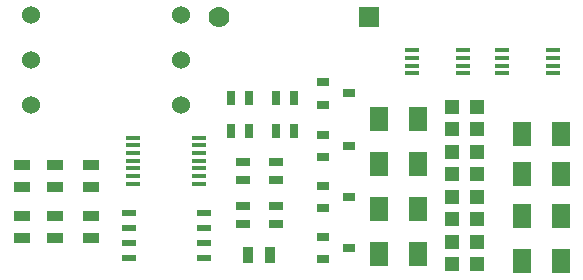
<source format=gts>
G04 (created by PCBNEW (2013-07-07 BZR 4022)-stable) date 31/01/2014 7:15:21 p.m.*
%MOIN*%
G04 Gerber Fmt 3.4, Leading zero omitted, Abs format*
%FSLAX34Y34*%
G01*
G70*
G90*
G04 APERTURE LIST*
%ADD10C,0.00590551*%
%ADD11R,0.0512X0.0118*%
%ADD12R,0.0394X0.0315*%
%ADD13R,0.045X0.02*%
%ADD14R,0.06X0.08*%
%ADD15R,0.055X0.035*%
%ADD16R,0.035X0.055*%
%ADD17R,0.025X0.045*%
%ADD18R,0.045X0.025*%
%ADD19C,0.06*%
%ADD20R,0.05X0.015*%
%ADD21R,0.0472X0.0472*%
%ADD22C,0.07*%
%ADD23R,0.07X0.07*%
G04 APERTURE END LIST*
G54D10*
G54D11*
X68500Y-51710D03*
X68500Y-51460D03*
X68500Y-51200D03*
X68500Y-50950D03*
X68500Y-50690D03*
X68500Y-50435D03*
X68500Y-50180D03*
X66300Y-50180D03*
X66300Y-50435D03*
X66300Y-50690D03*
X66300Y-50950D03*
X66300Y-51205D03*
X66300Y-51460D03*
X66300Y-51715D03*
G54D12*
X73483Y-53850D03*
X72617Y-54225D03*
X72617Y-53475D03*
X73483Y-52150D03*
X72617Y-52525D03*
X72617Y-51775D03*
X73483Y-50450D03*
X72617Y-50825D03*
X72617Y-50075D03*
X73483Y-48700D03*
X72617Y-49075D03*
X72617Y-48325D03*
G54D13*
X68650Y-52700D03*
X68650Y-53200D03*
X68650Y-53700D03*
X68650Y-54200D03*
X66150Y-54200D03*
X66150Y-53700D03*
X66150Y-53200D03*
X66150Y-52700D03*
G54D14*
X74500Y-49550D03*
X75800Y-49550D03*
X79250Y-52800D03*
X80550Y-52800D03*
X74500Y-51050D03*
X75800Y-51050D03*
X79250Y-51400D03*
X80550Y-51400D03*
X74500Y-52550D03*
X75800Y-52550D03*
X79250Y-50050D03*
X80550Y-50050D03*
X74500Y-54050D03*
X75800Y-54050D03*
X79250Y-54300D03*
X80550Y-54300D03*
G54D15*
X62600Y-53525D03*
X62600Y-52775D03*
X63700Y-53525D03*
X63700Y-52775D03*
X64900Y-53525D03*
X64900Y-52775D03*
X62600Y-51825D03*
X62600Y-51075D03*
X63700Y-51825D03*
X63700Y-51075D03*
X64900Y-51825D03*
X64900Y-51075D03*
G54D16*
X70125Y-54100D03*
X70875Y-54100D03*
G54D17*
X71050Y-48850D03*
X71650Y-48850D03*
X69550Y-48850D03*
X70150Y-48850D03*
X69550Y-49950D03*
X70150Y-49950D03*
X71050Y-49950D03*
X71650Y-49950D03*
G54D18*
X71050Y-51000D03*
X71050Y-51600D03*
X69950Y-52450D03*
X69950Y-53050D03*
X69950Y-51000D03*
X69950Y-51600D03*
X71050Y-52450D03*
X71050Y-53050D03*
G54D19*
X67900Y-47600D03*
X62900Y-47600D03*
X62900Y-46100D03*
X67900Y-46100D03*
X62900Y-49100D03*
X67900Y-49100D03*
G54D20*
X77300Y-48034D03*
X77300Y-47778D03*
X77300Y-47522D03*
X77300Y-47266D03*
X75600Y-47266D03*
X75600Y-47522D03*
X75600Y-47778D03*
X75600Y-48034D03*
X80300Y-48034D03*
X80300Y-47778D03*
X80300Y-47522D03*
X80300Y-47266D03*
X78600Y-47266D03*
X78600Y-47522D03*
X78600Y-47778D03*
X78600Y-48034D03*
G54D21*
X76937Y-49150D03*
X77763Y-49150D03*
X77763Y-54400D03*
X76937Y-54400D03*
X77763Y-52900D03*
X76937Y-52900D03*
X76937Y-50650D03*
X77763Y-50650D03*
X77763Y-51400D03*
X76937Y-51400D03*
X76937Y-52150D03*
X77763Y-52150D03*
X76937Y-53650D03*
X77763Y-53650D03*
X77763Y-49900D03*
X76937Y-49900D03*
G54D22*
X69150Y-46150D03*
G54D23*
X74150Y-46150D03*
M02*

</source>
